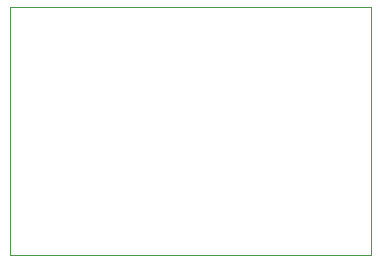
<source format=gbr>
%TF.GenerationSoftware,KiCad,Pcbnew,9.0.2*%
%TF.CreationDate,2025-07-21T05:45:18-04:00*%
%TF.ProjectId,lb-80,6c622d38-302e-46b6-9963-61645f706362,rev?*%
%TF.SameCoordinates,Original*%
%TF.FileFunction,Profile,NP*%
%FSLAX46Y46*%
G04 Gerber Fmt 4.6, Leading zero omitted, Abs format (unit mm)*
G04 Created by KiCad (PCBNEW 9.0.2) date 2025-07-21 05:45:18*
%MOMM*%
%LPD*%
G01*
G04 APERTURE LIST*
%TA.AperFunction,Profile*%
%ADD10C,0.100000*%
%TD*%
G04 APERTURE END LIST*
D10*
X148539200Y-121920000D02*
X117957600Y-121920000D01*
X118008400Y-100888800D01*
X148539200Y-100888800D01*
X148539200Y-121920000D01*
M02*

</source>
